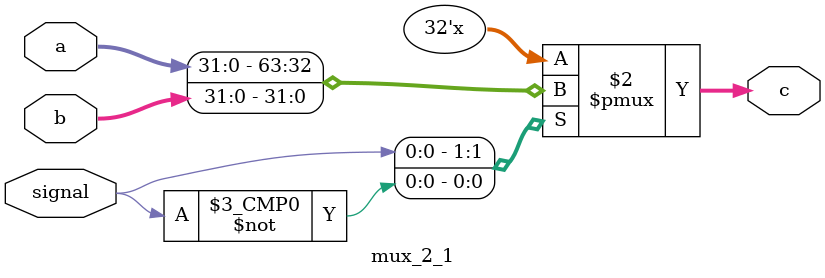
<source format=v>
`timescale 1ns / 1ps
module mux_2_1(
	input signal,
	input [31:0]a,
	input [31:0]b,
	output reg [31:0] c
    );
	always @(*) begin
		case(signal)
			1'b1:
				begin
					c <= a;
				end
			1'b0:
				begin
					c <= b;
				end
			
			default:
				begin
					// do nothing
				end
		endcase
	end

endmodule

</source>
